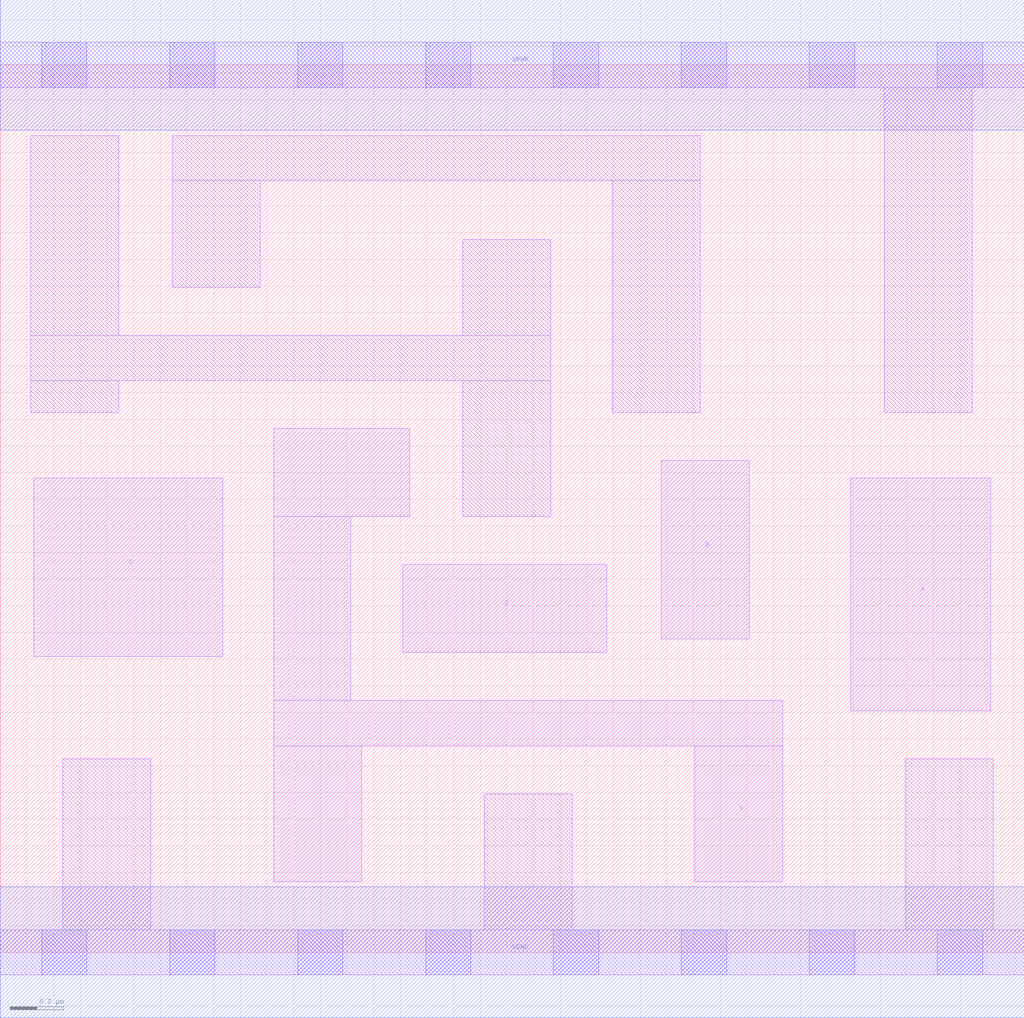
<source format=lef>
# Copyright 2020 The SkyWater PDK Authors
#
# Licensed under the Apache License, Version 2.0 (the "License");
# you may not use this file except in compliance with the License.
# You may obtain a copy of the License at
#
#     https://www.apache.org/licenses/LICENSE-2.0
#
# Unless required by applicable law or agreed to in writing, software
# distributed under the License is distributed on an "AS IS" BASIS,
# WITHOUT WARRANTIES OR CONDITIONS OF ANY KIND, either express or implied.
# See the License for the specific language governing permissions and
# limitations under the License.
#
# SPDX-License-Identifier: Apache-2.0

VERSION 5.7 ;
  NAMESCASESENSITIVE ON ;
  NOWIREEXTENSIONATPIN ON ;
  DIVIDERCHAR "/" ;
  BUSBITCHARS "[]" ;
UNITS
  DATABASE MICRONS 200 ;
END UNITS
MACRO sky130_fd_sc_lp__nor4_lp
  CLASS CORE ;
  SOURCE USER ;
  FOREIGN sky130_fd_sc_lp__nor4_lp ;
  ORIGIN  0.000000  0.000000 ;
  SIZE  3.840000 BY  3.330000 ;
  SYMMETRY X Y R90 ;
  SITE unit ;
  PIN A
    ANTENNAGATEAREA  0.376000 ;
    DIRECTION INPUT ;
    USE SIGNAL ;
    PORT
      LAYER li1 ;
        RECT 3.190000 0.905000 3.715000 1.780000 ;
    END
  END A
  PIN B
    ANTENNAGATEAREA  0.376000 ;
    DIRECTION INPUT ;
    USE SIGNAL ;
    PORT
      LAYER li1 ;
        RECT 2.480000 1.175000 2.810000 1.845000 ;
    END
  END B
  PIN C
    ANTENNAGATEAREA  0.376000 ;
    DIRECTION INPUT ;
    USE SIGNAL ;
    PORT
      LAYER li1 ;
        RECT 0.125000 1.110000 0.835000 1.780000 ;
    END
  END C
  PIN D
    ANTENNAGATEAREA  0.376000 ;
    DIRECTION INPUT ;
    USE SIGNAL ;
    PORT
      LAYER li1 ;
        RECT 1.510000 1.125000 2.275000 1.455000 ;
    END
  END D
  PIN Y
    ANTENNADIFFAREA  0.520200 ;
    DIRECTION OUTPUT ;
    USE SIGNAL ;
    PORT
      LAYER li1 ;
        RECT 1.025000 0.265000 1.355000 0.775000 ;
        RECT 1.025000 0.775000 2.935000 0.945000 ;
        RECT 1.025000 0.945000 1.315000 1.635000 ;
        RECT 1.025000 1.635000 1.535000 1.965000 ;
        RECT 2.605000 0.265000 2.935000 0.775000 ;
    END
  END Y
  PIN VGND
    DIRECTION INOUT ;
    USE GROUND ;
    PORT
      LAYER met1 ;
        RECT 0.000000 -0.245000 3.840000 0.245000 ;
    END
  END VGND
  PIN VPWR
    DIRECTION INOUT ;
    USE POWER ;
    PORT
      LAYER met1 ;
        RECT 0.000000 3.085000 3.840000 3.575000 ;
    END
  END VPWR
  OBS
    LAYER li1 ;
      RECT 0.000000 -0.085000 3.840000 0.085000 ;
      RECT 0.000000  3.245000 3.840000 3.415000 ;
      RECT 0.115000  2.025000 0.445000 2.145000 ;
      RECT 0.115000  2.145000 2.065000 2.315000 ;
      RECT 0.115000  2.315000 0.445000 3.065000 ;
      RECT 0.235000  0.085000 0.565000 0.725000 ;
      RECT 0.645000  2.495000 0.975000 2.895000 ;
      RECT 0.645000  2.895000 2.625000 3.065000 ;
      RECT 1.735000  1.635000 2.065000 2.145000 ;
      RECT 1.735000  2.315000 2.065000 2.675000 ;
      RECT 1.815000  0.085000 2.145000 0.595000 ;
      RECT 2.295000  2.025000 2.625000 2.895000 ;
      RECT 3.315000  2.025000 3.645000 3.245000 ;
      RECT 3.395000  0.085000 3.725000 0.725000 ;
    LAYER mcon ;
      RECT 0.155000 -0.085000 0.325000 0.085000 ;
      RECT 0.155000  3.245000 0.325000 3.415000 ;
      RECT 0.635000 -0.085000 0.805000 0.085000 ;
      RECT 0.635000  3.245000 0.805000 3.415000 ;
      RECT 1.115000 -0.085000 1.285000 0.085000 ;
      RECT 1.115000  3.245000 1.285000 3.415000 ;
      RECT 1.595000 -0.085000 1.765000 0.085000 ;
      RECT 1.595000  3.245000 1.765000 3.415000 ;
      RECT 2.075000 -0.085000 2.245000 0.085000 ;
      RECT 2.075000  3.245000 2.245000 3.415000 ;
      RECT 2.555000 -0.085000 2.725000 0.085000 ;
      RECT 2.555000  3.245000 2.725000 3.415000 ;
      RECT 3.035000 -0.085000 3.205000 0.085000 ;
      RECT 3.035000  3.245000 3.205000 3.415000 ;
      RECT 3.515000 -0.085000 3.685000 0.085000 ;
      RECT 3.515000  3.245000 3.685000 3.415000 ;
  END
END sky130_fd_sc_lp__nor4_lp
END LIBRARY

</source>
